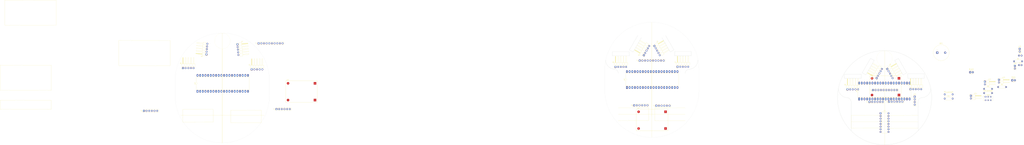
<source format=kicad_pcb>
(kicad_pcb (version 20171130) (host pcbnew 5.1.5-52549c5~84~ubuntu18.04.1)
  (title_block (title Naanu) (date 2019-12-08) (rev 2) (company "Robotics And Automation Center") (comment 1 "Sanjay Rijal") (comment 2 "Rohit Pati") (comment 3 "Rimesh Lwagun") (comment 4 "Rabin Nepal"))
  (layers (0 F.Cu signal) (31 B.Cu signal) (34 B.Paste user) (35 F.Paste user) (36 B.SilkS user) (37 F.SilkS user) (38 B.Mask user) (39 F.Mask user) (44 Edge.Cuts user))
  (net 0 "")
  (net 1 "Net-(BLUE1-Pad2)")
  (net 2 GND)
  (net 3 BUZZ_IN)
  (net 4 "Net-(C1-Pad1)")
  (net 5 "Net-(C1-Pad2)")
  (net 6 "Net-(C2-Pad2)")
  (net 7 "Net-(C2-Pad1)")
  (net 8 rEn_A)
  (net 9 rEn_B)
  (net 10 +5V)
  (net 11 lEn_B)
  (net 12 lEn_A)
  (net 13 SCL)
  (net 14 SDA)
  (net 15 X_RIGHT)
  (net 16 X_FR)
  (net 17 X_LEFT)
  (net 18 X_FL)
  (net 19 "Net-(J7-Pad5)")
  (net 20 "Net-(J7-Pad6)")
  (net 21 "Net-(J7-Pad7)")
  (net 22 "Net-(J7-Pad8)")
  (net 23 "Net-(J7-Pad9)")
  (net 24 "Net-(J7-Pad10)")
  (net 25 "Net-(J11-Pad1)")
  (net 26 "Net-(J11-Pad2)")
  (net 27 3V3)
  (net 28 "Net-(J12-Pad1)")
  (net 29 +12V_Bat)
  (net 30 "Net-(J13-Pad1)")
  (net 31 +12V)
  (net 32 LED_IN)
  (net 33 Bat_IN)
  (net 34 "Net-(R4-Pad2)")
  (net 35 "Net-(SW1-Pad1)")
  (net 36 "Net-(SW1-Pad4)")
  (net 37 "Net-(U1-Pad1)")
  (net 38 "Net-(U1-Pad9)")
  (net 39 "Net-(U1-Pad2)")
  (net 40 "Net-(U1-Pad10)")
  (net 41 "Net-(U1-Pad7)")
  (net 42 "Net-(U1-Pad15)")
  (net 43 "Net-(U2-Pad1)")
  (net 44 "Net-(U2-Pad2)")
  (net 45 "Net-(U2-Pad3)")
  (net 46 "Net-(U2-Pad4)")
  (net 47 "Net-(U2-Pad29)")
  (net 48 "Net-(U2-Pad32)")
  (net 49 "Net-(U2-Pad33)")
  (net 50 "Net-(U2-Pad16)")
  (net 51 "Net-(U2-Pad17)")
  (net 52 "Net-(U2-Pad19)")
  (net 53 "Net-(U2-Pad21)")
  (net 54 "Net-(U2-Pad22)")
  (net 55 "Net-(U2-Pad7)")
  (module BluePill:STM32 (layer F.Cu) (at -114.13236 85.8901 90)
    (fp_text reference U2 (at 7.62 -2.33 90) (layer F.SilkS))
    (fp_text value BluePill)
    (pad 3V3 thru_hole oval (at 15.24 0 90) (size 2.4 1.6) (drill 0.8) (layers *.Cu *.Mask) (net 27 3V3))
    (pad GND thru_hole oval (at 0 48.26 90) (size 2.4 1.6) (drill 0.8) (layers *.Cu *.Mask) (net 2 GND))
    (pad GND thru_hole oval (at 15.24 2.54 90) (size 2.4 1.6) (drill 0.8) (layers *.Cu *.Mask) (net 2 GND))
    (pad GND thru_hole oval (at 0 45.72 90) (size 2.4 1.6) (drill 0.8) (layers *.Cu *.Mask) (net 2 GND))
    (pad 5V thru_hole oval (at 15.24 5.08 90) (size 2.4 1.6) (drill 0.8) (layers *.Cu *.Mask) (net 10 +5V))
    (pad 3V3 thru_hole oval (at 0 43.18 90) (size 2.4 1.6) (drill 0.8) (layers *.Cu *.Mask) (net 27 3V3))
    (pad 46 thru_hole oval (at 15.24 7.62 90) (size 2.4 1.6) (drill 0.8) (layers *.Cu *.Mask) (net 17 X_LEFT))
    (pad 7 thru_hole oval (at 0 40.64 90) (size 2.4 1.6) (drill 0.8) (layers *.Cu *.Mask) (net 55 "Net-(U2-Pad7)"))
    (pad 45 thru_hole oval (at 15.24 10.16 90) (size 2.4 1.6) (drill 0.8) (layers *.Cu *.Mask) (net 15 X_RIGHT))
    (pad 22 thru_hole oval (at 0 38.1 90) (size 2.4 1.6) (drill 0.8) (layers *.Cu *.Mask) (net 54 "Net-(U2-Pad22)"))
    (pad 43 thru_hole oval (at 15.24 12.7 90) (size 2.4 1.6) (drill 0.8) (layers *.Cu *.Mask) (net 14 SDA))
    (pad 21 thru_hole oval (at 0 35.56 90) (size 2.4 1.6) (drill 0.8) (layers *.Cu *.Mask) (net 53 "Net-(U2-Pad21)"))
    (pad 42 thru_hole oval (at 15.24 15.24 90) (size 2.4 1.6) (drill 0.8) (layers *.Cu *.Mask) (net 13 SCL))
    (pad 19 thru_hole oval (at 0 33.02 90) (size 2.4 1.6) (drill 0.8) (layers *.Cu *.Mask) (net 52 "Net-(U2-Pad19)"))
    (pad 41 thru_hole oval (at 15.24 17.78 90) (size 2.4 1.6) (drill 0.8) (layers *.Cu *.Mask) (net 18 X_FL))
    (pad 18 thru_hole oval (at 0 30.48 90) (size 2.4 1.6) (drill 0.8) (layers *.Cu *.Mask) (net 33 Bat_IN))
    (pad 40 thru_hole oval (at 15.24 20.32 90) (size 2.4 1.6) (drill 0.8) (layers *.Cu *.Mask) (net 16 X_FR))
    (pad 17 thru_hole oval (at 0 27.94 90) (size 2.4 1.6) (drill 0.8) (layers *.Cu *.Mask) (net 51 "Net-(U2-Pad17)"))
    (pad 39 thru_hole oval (at 15.24 22.86 90) (size 2.4 1.6) (drill 0.8) (layers *.Cu *.Mask) (net 32 LED_IN))
    (pad 16 thru_hole oval (at 0 25.4 90) (size 2.4 1.6) (drill 0.8) (layers *.Cu *.Mask) (net 50 "Net-(U2-Pad16)"))
    (pad 38 thru_hole oval (at 15.24 25.4 90) (size 2.4 1.6) (drill 0.8) (layers *.Cu *.Mask) (net 3 BUZZ_IN))
    (pad 15 thru_hole oval (at 0 22.86 90) (size 2.4 1.6) (drill 0.8) (layers *.Cu *.Mask) (net 39 "Net-(U1-Pad2)"))
    (pad 33 thru_hole oval (at 15.24 27.94 90) (size 2.4 1.6) (drill 0.8) (layers *.Cu *.Mask) (net 49 "Net-(U2-Pad33)"))
    (pad 14 thru_hole oval (at 0 20.32 90) (size 2.4 1.6) (drill 0.8) (layers *.Cu *.Mask) (net 41 "Net-(U1-Pad7)"))
    (pad 32 thru_hole oval (at 15.24 30.48 90) (size 2.4 1.6) (drill 0.8) (layers *.Cu *.Mask) (net 48 "Net-(U2-Pad32)"))
    (pad 13 thru_hole oval (at 0 17.78 90) (size 2.4 1.6) (drill 0.8) (layers *.Cu *.Mask) (net 37 "Net-(U1-Pad1)"))
    (pad 31 thru_hole oval (at 15.24 33.02 90) (size 2.4 1.6) (drill 0.8) (layers *.Cu *.Mask) (net 25 "Net-(J11-Pad1)"))
    (pad 12 thru_hole oval (at 0 15.24 90) (size 2.4 1.6) (drill 0.8) (layers *.Cu *.Mask) (net 40 "Net-(U1-Pad10)"))
    (pad 30 thru_hole oval (at 15.24 35.56 90) (size 2.4 1.6) (drill 0.8) (layers *.Cu *.Mask) (net 26 "Net-(J11-Pad2)"))
    (pad 11 thru_hole oval (at 0 12.7 90) (size 2.4 1.6) (drill 0.8) (layers *.Cu *.Mask) (net 42 "Net-(U1-Pad15)"))
    (pad 29 thru_hole oval (at 15.24 38.1 90) (size 2.4 1.6) (drill 0.8) (layers *.Cu *.Mask) (net 47 "Net-(U2-Pad29)"))
    (pad 10 thru_hole oval (at 0 10.16 90) (size 2.4 1.6) (drill 0.8) (layers *.Cu *.Mask) (net 38 "Net-(U1-Pad9)"))
    (pad 28 thru_hole oval (at 15.24 40.64 90) (size 2.4 1.6) (drill 0.8) (layers *.Cu *.Mask) (net 12 lEn_A))
    (pad 4 thru_hole oval (at 0 7.62 90) (size 2.4 1.6) (drill 0.8) (layers *.Cu *.Mask) (net 46 "Net-(U2-Pad4)"))
    (pad 27 thru_hole oval (at 15.24 43.18 90) (size 2.4 1.6) (drill 0.8) (layers *.Cu *.Mask) (net 11 lEn_B))
    (pad 3 thru_hole oval (at 0 5.08 90) (size 2.4 1.6) (drill 0.8) (layers *.Cu *.Mask) (net 45 "Net-(U2-Pad3)"))
    (pad 26 thru_hole oval (at 15.24 45.72 90) (size 2.4 1.6) (drill 0.8) (layers *.Cu *.Mask) (net 8 rEn_A))
    (pad 2 thru_hole oval (at 0 2.54 90) (size 2.4 1.6) (drill 0.8) (layers *.Cu *.Mask) (net 44 "Net-(U2-Pad2)"))
    (pad 25 thru_hole oval (at 15.24 48.26 90) (size 2.4 1.6) (drill 0.8) (layers *.Cu *.Mask) (net 9 rEn_B))
    (pad 1 thru_hole rect (at 0 0 90) (size 2.4 1.6) (drill 0.8) (layers *.Cu *.Mask) (net 43 "Net-(U2-Pad1)"))
  )
  (module Connector_PinHeader_2.54mm:PinHeader_1x06_P2.54mm_Vertical (layer F.Cu) (at -449.07708 106.51236 90)
    (fp_text reference J1 (at 0 -2.33 90) (layer F.SilkS))
    (fp_text value Motor_RIGHT)
    (pad 1 thru_hole rect (at 0 0 90) (size 1.7 1.7) (drill 1) (layers *.Cu *.Mask) (net 7 "Net-(C2-Pad1)"))
    (pad 2 thru_hole oval (at 0 2.54 90) (size 1.7 1.7) (drill 1) (layers *.Cu *.Mask) (net 6 "Net-(C2-Pad2)"))
    (pad 3 thru_hole oval (at 0 5.08 90) (size 1.7 1.7) (drill 1) (layers *.Cu *.Mask) (net 8 rEn_A))
    (pad 4 thru_hole oval (at 0 7.62 90) (size 1.7 1.7) (drill 1) (layers *.Cu *.Mask) (net 9 rEn_B))
    (pad 5 thru_hole oval (at 0 10.16 90) (size 1.7 1.7) (drill 1) (layers *.Cu *.Mask) (net 10 +5V))
    (pad 6 thru_hole oval (at 0 12.7 90) (size 1.7 1.7) (drill 1) (layers *.Cu *.Mask) (net 2 GND))
  )
  (module Connector_PinHeader_2.54mm:PinHeader_1x06_P2.54mm_Vertical (layer F.Cu) (at -575.82308 108.15828 90)
    (fp_text reference J2 (at 0 -2.33 90) (layer F.SilkS))
    (fp_text value Motor_LEFT)
    (pad 1 thru_hole rect (at 0 0 90) (size 1.7 1.7) (drill 1) (layers *.Cu *.Mask) (net 4 "Net-(C1-Pad1)"))
    (pad 2 thru_hole oval (at 0 2.54 90) (size 1.7 1.7) (drill 1) (layers *.Cu *.Mask) (net 5 "Net-(C1-Pad2)"))
    (pad 3 thru_hole oval (at 0 5.08 90) (size 1.7 1.7) (drill 1) (layers *.Cu *.Mask) (net 12 lEn_A))
    (pad 4 thru_hole oval (at 0 7.62 90) (size 1.7 1.7) (drill 1) (layers *.Cu *.Mask) (net 11 lEn_B))
    (pad 5 thru_hole oval (at 0 10.16 90) (size 1.7 1.7) (drill 1) (layers *.Cu *.Mask) (net 10 +5V))
    (pad 6 thru_hole oval (at 0 12.7 90) (size 1.7 1.7) (drill 1) (layers *.Cu *.Mask) (net 2 GND))
  )
  (module Buck:Buck (layer F.Cu) (at -440.34964 79.58582)
    (fp_text reference U3 (at 1.905 -0.889) (layer F.SilkS))
    (fp_text value "5V Regulator")
    (pad 4 smd rect (at 28.0532 18.3) (size 2.5 2.5) (layers F.Cu F.Paste F.Mask) (net 10 +5V))
    (pad 3 smd rect (at 28.0532 2.3) (size 2.5 2.5) (layers F.Cu F.Paste F.Mask) (net 2 GND))
    (pad 2 smd circle (at 2.3 18.3) (size 2.5 2.5) (layers F.Cu F.Paste F.Mask) (net 31 +12V))
    (pad 1 smd circle (at 2.3 2.3) (size 2.5 2.5) (layers F.Cu F.Paste F.Mask) (net 2 GND))
  )
  (module Connector_PinHeader_2.54mm:PinHeader_1x06_P2.54mm_Vertical (layer F.Cu) (at -86.10346 103.24338 90)
    (fp_text reference J1 (at 0 -2.33 90) (layer F.SilkS))
    (fp_text value Motor_RIGHT)
    (pad 1 thru_hole rect (at 0 0 90) (size 1.7 1.7) (drill 1) (layers *.Cu *.Mask) (net 7 "Net-(C2-Pad1)"))
    (pad 2 thru_hole oval (at 0 2.54 90) (size 1.7 1.7) (drill 1) (layers *.Cu *.Mask) (net 6 "Net-(C2-Pad2)"))
    (pad 3 thru_hole oval (at 0 5.08 90) (size 1.7 1.7) (drill 1) (layers *.Cu *.Mask) (net 8 rEn_A))
    (pad 4 thru_hole oval (at 0 7.62 90) (size 1.7 1.7) (drill 1) (layers *.Cu *.Mask) (net 9 rEn_B))
    (pad 5 thru_hole oval (at 0 10.16 90) (size 1.7 1.7) (drill 1) (layers *.Cu *.Mask) (net 10 +5V))
    (pad 6 thru_hole oval (at 0 12.7 90) (size 1.7 1.7) (drill 1) (layers *.Cu *.Mask) (net 2 GND))
  )
  (module Connector_PinHeader_2.54mm:PinHeader_1x06_P2.54mm_Vertical (layer F.Cu) (at -107.23626 102.88778 90)
    (fp_text reference J2 (at 0 -2.33 90) (layer F.SilkS))
    (fp_text value Motor_LEFT)
    (pad 1 thru_hole rect (at 0 0 90) (size 1.7 1.7) (drill 1) (layers *.Cu *.Mask) (net 4 "Net-(C1-Pad1)"))
    (pad 2 thru_hole oval (at 0 2.54 90) (size 1.7 1.7) (drill 1) (layers *.Cu *.Mask) (net 5 "Net-(C1-Pad2)"))
    (pad 3 thru_hole oval (at 0 5.08 90) (size 1.7 1.7) (drill 1) (layers *.Cu *.Mask) (net 12 lEn_A))
    (pad 4 thru_hole oval (at 0 7.62 90) (size 1.7 1.7) (drill 1) (layers *.Cu *.Mask) (net 11 lEn_B))
    (pad 5 thru_hole oval (at 0 10.16 90) (size 1.7 1.7) (drill 1) (layers *.Cu *.Mask) (net 10 +5V))
    (pad 6 thru_hole oval (at 0 12.7 90) (size 1.7 1.7) (drill 1) (layers *.Cu *.Mask) (net 2 GND))
  )
  (module Buck:Buck (layer F.Cu) (at -105.30586 106.77398)
    (fp_text reference U3 (at 1.905 -0.889) (layer F.SilkS))
    (fp_text value "5V Regulator")
    (pad 4 smd rect (at 28.0532 18.3) (size 2.5 2.5) (layers F.Cu F.Paste F.Mask) (net 10 +5V))
    (pad 3 smd rect (at 28.0532 2.3) (size 2.5 2.5) (layers F.Cu F.Paste F.Mask) (net 2 GND))
    (pad 2 smd circle (at 2.3 18.3) (size 2.5 2.5) (layers F.Cu F.Paste F.Mask) (net 31 +12V))
    (pad 1 smd circle (at 2.3 2.3) (size 2.5 2.5) (layers F.Cu F.Paste F.Mask) (net 2 GND))
  )
  (module BluePill:STM32 (layer F.Cu) (at -524.60144 89.51976 90)
    (fp_text reference U2 (at 7.62 -2.33 90) (layer F.SilkS))
    (fp_text value BluePill)
    (pad 3V3 thru_hole oval (at 15.24 0 90) (size 2.4 1.6) (drill 0.8) (layers *.Cu *.Mask) (net 27 3V3))
    (pad GND thru_hole oval (at 0 48.26 90) (size 2.4 1.6) (drill 0.8) (layers *.Cu *.Mask) (net 2 GND))
    (pad GND thru_hole oval (at 15.24 2.54 90) (size 2.4 1.6) (drill 0.8) (layers *.Cu *.Mask) (net 2 GND))
    (pad GND thru_hole oval (at 0 45.72 90) (size 2.4 1.6) (drill 0.8) (layers *.Cu *.Mask) (net 2 GND))
    (pad 5V thru_hole oval (at 15.24 5.08 90) (size 2.4 1.6) (drill 0.8) (layers *.Cu *.Mask) (net 10 +5V))
    (pad 3V3 thru_hole oval (at 0 43.18 90) (size 2.4 1.6) (drill 0.8) (layers *.Cu *.Mask) (net 27 3V3))
    (pad 46 thru_hole oval (at 15.24 7.62 90) (size 2.4 1.6) (drill 0.8) (layers *.Cu *.Mask) (net 17 X_LEFT))
    (pad 7 thru_hole oval (at 0 40.64 90) (size 2.4 1.6) (drill 0.8) (layers *.Cu *.Mask) (net 55 "Net-(U2-Pad7)"))
    (pad 45 thru_hole oval (at 15.24 10.16 90) (size 2.4 1.6) (drill 0.8) (layers *.Cu *.Mask) (net 15 X_RIGHT))
    (pad 22 thru_hole oval (at 0 38.1 90) (size 2.4 1.6) (drill 0.8) (layers *.Cu *.Mask) (net 54 "Net-(U2-Pad22)"))
    (pad 43 thru_hole oval (at 15.24 12.7 90) (size 2.4 1.6) (drill 0.8) (layers *.Cu *.Mask) (net 14 SDA))
    (pad 21 thru_hole oval (at 0 35.56 90) (size 2.4 1.6) (drill 0.8) (layers *.Cu *.Mask) (net 53 "Net-(U2-Pad21)"))
    (pad 42 thru_hole oval (at 15.24 15.24 90) (size 2.4 1.6) (drill 0.8) (layers *.Cu *.Mask) (net 13 SCL))
    (pad 19 thru_hole oval (at 0 33.02 90) (size 2.4 1.6) (drill 0.8) (layers *.Cu *.Mask) (net 52 "Net-(U2-Pad19)"))
    (pad 41 thru_hole oval (at 15.24 17.78 90) (size 2.4 1.6) (drill 0.8) (layers *.Cu *.Mask) (net 18 X_FL))
    (pad 18 thru_hole oval (at 0 30.48 90) (size 2.4 1.6) (drill 0.8) (layers *.Cu *.Mask) (net 33 Bat_IN))
    (pad 40 thru_hole oval (at 15.24 20.32 90) (size 2.4 1.6) (drill 0.8) (layers *.Cu *.Mask) (net 16 X_FR))
    (pad 17 thru_hole oval (at 0 27.94 90) (size 2.4 1.6) (drill 0.8) (layers *.Cu *.Mask) (net 51 "Net-(U2-Pad17)"))
    (pad 39 thru_hole oval (at 15.24 22.86 90) (size 2.4 1.6) (drill 0.8) (layers *.Cu *.Mask) (net 32 LED_IN))
    (pad 16 thru_hole oval (at 0 25.4 90) (size 2.4 1.6) (drill 0.8) (layers *.Cu *.Mask) (net 50 "Net-(U2-Pad16)"))
    (pad 38 thru_hole oval (at 15.24 25.4 90) (size 2.4 1.6) (drill 0.8) (layers *.Cu *.Mask) (net 3 BUZZ_IN))
    (pad 15 thru_hole oval (at 0 22.86 90) (size 2.4 1.6) (drill 0.8) (layers *.Cu *.Mask) (net 39 "Net-(U1-Pad2)"))
    (pad 33 thru_hole oval (at 15.24 27.94 90) (size 2.4 1.6) (drill 0.8) (layers *.Cu *.Mask) (net 49 "Net-(U2-Pad33)"))
    (pad 14 thru_hole oval (at 0 20.32 90) (size 2.4 1.6) (drill 0.8) (layers *.Cu *.Mask) (net 41 "Net-(U1-Pad7)"))
    (pad 32 thru_hole oval (at 15.24 30.48 90) (size 2.4 1.6) (drill 0.8) (layers *.Cu *.Mask) (net 48 "Net-(U2-Pad32)"))
    (pad 13 thru_hole oval (at 0 17.78 90) (size 2.4 1.6) (drill 0.8) (layers *.Cu *.Mask) (net 37 "Net-(U1-Pad1)"))
    (pad 31 thru_hole oval (at 15.24 33.02 90) (size 2.4 1.6) (drill 0.8) (layers *.Cu *.Mask) (net 25 "Net-(J11-Pad1)"))
    (pad 12 thru_hole oval (at 0 15.24 90) (size 2.4 1.6) (drill 0.8) (layers *.Cu *.Mask) (net 40 "Net-(U1-Pad10)"))
    (pad 30 thru_hole oval (at 15.24 35.56 90) (size 2.4 1.6) (drill 0.8) (layers *.Cu *.Mask) (net 26 "Net-(J11-Pad2)"))
    (pad 11 thru_hole oval (at 0 12.7 90) (size 2.4 1.6) (drill 0.8) (layers *.Cu *.Mask) (net 42 "Net-(U1-Pad15)"))
    (pad 29 thru_hole oval (at 15.24 38.1 90) (size 2.4 1.6) (drill 0.8) (layers *.Cu *.Mask) (net 47 "Net-(U2-Pad29)"))
    (pad 10 thru_hole oval (at 0 10.16 90) (size 2.4 1.6) (drill 0.8) (layers *.Cu *.Mask) (net 38 "Net-(U1-Pad9)"))
    (pad 28 thru_hole oval (at 15.24 40.64 90) (size 2.4 1.6) (drill 0.8) (layers *.Cu *.Mask) (net 12 lEn_A))
    (pad 4 thru_hole oval (at 0 7.62 90) (size 2.4 1.6) (drill 0.8) (layers *.Cu *.Mask) (net 46 "Net-(U2-Pad4)"))
    (pad 27 thru_hole oval (at 15.24 43.18 90) (size 2.4 1.6) (drill 0.8) (layers *.Cu *.Mask) (net 11 lEn_B))
    (pad 3 thru_hole oval (at 0 5.08 90) (size 2.4 1.6) (drill 0.8) (layers *.Cu *.Mask) (net 45 "Net-(U2-Pad3)"))
    (pad 26 thru_hole oval (at 15.24 45.72 90) (size 2.4 1.6) (drill 0.8) (layers *.Cu *.Mask) (net 8 rEn_A))
    (pad 2 thru_hole oval (at 0 2.54 90) (size 2.4 1.6) (drill 0.8) (layers *.Cu *.Mask) (net 44 "Net-(U2-Pad2)"))
    (pad 25 thru_hole oval (at 15.24 48.26 90) (size 2.4 1.6) (drill 0.8) (layers *.Cu *.Mask) (net 9 rEn_B))
    (pad 1 thru_hole rect (at 0 0 90) (size 2.4 1.6) (drill 0.8) (layers *.Cu *.Mask) (net 43 "Net-(U2-Pad1)"))
  )
  (module Connector_PinHeader_2.54mm:PinHeader_1x05_P2.54mm_Horizontal (layer F.Cu) (at -65.7606 66.06794 90)
    (fp_text reference J4 (at 4.385 -2.27 90) (layer F.SilkS))
    (fp_text value VLX_FR)
    (pad 1 thru_hole rect (at 0 0 90) (size 1.7 1.7) (drill 1) (layers *.Cu *.Mask) (net 10 +5V))
    (pad 2 thru_hole oval (at 0 2.54 90) (size 1.7 1.7) (drill 1) (layers *.Cu *.Mask) (net 2 GND))
    (pad 3 thru_hole oval (at 0 5.08 90) (size 1.7 1.7) (drill 1) (layers *.Cu *.Mask) (net 13 SCL))
    (pad 4 thru_hole oval (at 0 7.62 90) (size 1.7 1.7) (drill 1) (layers *.Cu *.Mask) (net 14 SDA))
    (pad 5 thru_hole oval (at 0 10.16 90) (size 1.7 1.7) (drill 1) (layers *.Cu *.Mask) (net 16 X_FR))
  )
  (module Connector_PinHeader_2.54mm:PinHeader_1x05_P2.54mm_Horizontal (layer F.Cu) (at -97.9424 55.01894 150)
    (fp_text reference J5 (at 4.385 -2.27 150) (layer F.SilkS))
    (fp_text value VLX_LEFT)
    (pad 5 thru_hole oval (at 0 10.16 150) (size 1.7 1.7) (drill 1) (layers *.Cu *.Mask) (net 17 X_LEFT))
    (pad 4 thru_hole oval (at 0 7.62 150) (size 1.7 1.7) (drill 1) (layers *.Cu *.Mask) (net 14 SDA))
    (pad 3 thru_hole oval (at 0 5.08 150) (size 1.7 1.7) (drill 1) (layers *.Cu *.Mask) (net 13 SCL))
    (pad 2 thru_hole oval (at 0 2.54 150) (size 1.7 1.7) (drill 1) (layers *.Cu *.Mask) (net 2 GND))
    (pad 1 thru_hole rect (at 0 0 150) (size 1.7 1.7) (drill 1) (layers *.Cu *.Mask) (net 10 +5V))
  )
  (module Connector_PinHeader_2.54mm:PinHeader_1x05_P2.54mm_Horizontal (layer F.Cu) (at -125.0696 66.16954 90)
    (fp_text reference J6 (at 4.385 -2.27 90) (layer F.SilkS))
    (fp_text value VLX_FL)
    (pad 5 thru_hole oval (at 0 10.16 90) (size 1.7 1.7) (drill 1) (layers *.Cu *.Mask) (net 18 X_FL))
    (pad 4 thru_hole oval (at 0 7.62 90) (size 1.7 1.7) (drill 1) (layers *.Cu *.Mask) (net 14 SDA))
    (pad 3 thru_hole oval (at 0 5.08 90) (size 1.7 1.7) (drill 1) (layers *.Cu *.Mask) (net 13 SCL))
    (pad 2 thru_hole oval (at 0 2.54 90) (size 1.7 1.7) (drill 1) (layers *.Cu *.Mask) (net 2 GND))
    (pad 1 thru_hole rect (at 0 0 90) (size 1.7 1.7) (drill 1) (layers *.Cu *.Mask) (net 10 +5V))
  )
  (module Connector_PinHeader_2.54mm:PinHeader_1x10_P2.54mm_Vertical (layer F.Cu) (at -101.9048 60.12434 90)
    (fp_text reference J7 (at 0 -2.33 90) (layer F.SilkS))
    (fp_text value MPU9250)
    (pad 1 thru_hole rect (at 0 0 90) (size 1.7 1.7) (drill 1) (layers *.Cu *.Mask) (net 10 +5V))
    (pad 2 thru_hole oval (at 0 2.54 90) (size 1.7 1.7) (drill 1) (layers *.Cu *.Mask) (net 2 GND))
    (pad 3 thru_hole oval (at 0 5.08 90) (size 1.7 1.7) (drill 1) (layers *.Cu *.Mask) (net 13 SCL))
    (pad 4 thru_hole oval (at 0 7.62 90) (size 1.7 1.7) (drill 1) (layers *.Cu *.Mask) (net 14 SDA))
    (pad 5 thru_hole oval (at 0 10.16 90) (size 1.7 1.7) (drill 1) (layers *.Cu *.Mask) (net 19 "Net-(J7-Pad5)"))
    (pad 6 thru_hole oval (at 0 12.7 90) (size 1.7 1.7) (drill 1) (layers *.Cu *.Mask) (net 20 "Net-(J7-Pad6)"))
    (pad 7 thru_hole oval (at 0 15.24 90) (size 1.7 1.7) (drill 1) (layers *.Cu *.Mask) (net 21 "Net-(J7-Pad7)"))
    (pad 8 thru_hole oval (at 0 17.78 90) (size 1.7 1.7) (drill 1) (layers *.Cu *.Mask) (net 22 "Net-(J7-Pad8)"))
    (pad 9 thru_hole oval (at 0 20.32 90) (size 1.7 1.7) (drill 1) (layers *.Cu *.Mask) (net 23 "Net-(J7-Pad9)"))
    (pad 10 thru_hole oval (at 0 22.86 90) (size 1.7 1.7) (drill 1) (layers *.Cu *.Mask) (net 24 "Net-(J7-Pad10)"))
  )
  (module Connector_PinHeader_2.54mm:PinHeader_1x05_P2.54mm_Horizontal (layer F.Cu) (at -87.884 46.23054 30)
    (fp_text reference J3 (at 4.385 -2.27 30) (layer F.SilkS))
    (fp_text value VLX_RIGHT)
    (pad 1 thru_hole rect (at 0 0 30) (size 1.7 1.7) (drill 1) (layers *.Cu *.Mask) (net 10 +5V))
    (pad 2 thru_hole oval (at 0 2.54 30) (size 1.7 1.7) (drill 1) (layers *.Cu *.Mask) (net 2 GND))
    (pad 3 thru_hole oval (at 0 5.08 30) (size 1.7 1.7) (drill 1) (layers *.Cu *.Mask) (net 13 SCL))
    (pad 4 thru_hole oval (at 0 7.62 30) (size 1.7 1.7) (drill 1) (layers *.Cu *.Mask) (net 14 SDA))
    (pad 5 thru_hole oval (at 0 10.16 30) (size 1.7 1.7) (drill 1) (layers *.Cu *.Mask) (net 15 X_RIGHT))
  )
  (module Connector_PinHeader_2.54mm:PinHeader_1x05_P2.54mm_Horizontal (layer F.Cu) (at -538.44698 67.3227 90)
    (fp_text reference J6 (at 4.385 -2.27 90) (layer F.SilkS))
    (fp_text value VLX_FL)
    (pad 1 thru_hole rect (at 0 0 90) (size 1.7 1.7) (drill 1) (layers *.Cu *.Mask) (net 10 +5V))
    (pad 2 thru_hole oval (at 0 2.54 90) (size 1.7 1.7) (drill 1) (layers *.Cu *.Mask) (net 2 GND))
    (pad 3 thru_hole oval (at 0 5.08 90) (size 1.7 1.7) (drill 1) (layers *.Cu *.Mask) (net 13 SCL))
    (pad 4 thru_hole oval (at 0 7.62 90) (size 1.7 1.7) (drill 1) (layers *.Cu *.Mask) (net 14 SDA))
    (pad 5 thru_hole oval (at 0 10.16 90) (size 1.7 1.7) (drill 1) (layers *.Cu *.Mask) (net 18 X_FL))
  )
  (module Connector_PinHeader_2.54mm:PinHeader_1x05_P2.54mm_Horizontal (layer F.Cu) (at -516.06958 54.21376 175)
    (fp_text reference J5 (at 4.385 -2.27 175) (layer F.SilkS))
    (fp_text value VLX_LEFT)
    (pad 1 thru_hole rect (at 0 0 175) (size 1.7 1.7) (drill 1) (layers *.Cu *.Mask) (net 10 +5V))
    (pad 2 thru_hole oval (at 0 2.54 175) (size 1.7 1.7) (drill 1) (layers *.Cu *.Mask) (net 2 GND))
    (pad 3 thru_hole oval (at 0 5.08 175) (size 1.7 1.7) (drill 1) (layers *.Cu *.Mask) (net 13 SCL))
    (pad 4 thru_hole oval (at 0 7.62 175) (size 1.7 1.7) (drill 1) (layers *.Cu *.Mask) (net 14 SDA))
    (pad 5 thru_hole oval (at 0 10.16 175) (size 1.7 1.7) (drill 1) (layers *.Cu *.Mask) (net 17 X_LEFT))
  )
  (module Connector_PinHeader_2.54mm:PinHeader_1x05_P2.54mm_Horizontal (layer F.Cu) (at -472.76512 68.58508 90)
    (fp_text reference J4 (at 4.385 -2.27 90) (layer F.SilkS))
    (fp_text value VLX_FR)
    (pad 5 thru_hole oval (at 0 10.16 90) (size 1.7 1.7) (drill 1) (layers *.Cu *.Mask) (net 16 X_FR))
    (pad 4 thru_hole oval (at 0 7.62 90) (size 1.7 1.7) (drill 1) (layers *.Cu *.Mask) (net 14 SDA))
    (pad 3 thru_hole oval (at 0 5.08 90) (size 1.7 1.7) (drill 1) (layers *.Cu *.Mask) (net 13 SCL))
    (pad 2 thru_hole oval (at 0 2.54 90) (size 1.7 1.7) (drill 1) (layers *.Cu *.Mask) (net 2 GND))
    (pad 1 thru_hole rect (at 0 0 90) (size 1.7 1.7) (drill 1) (layers *.Cu *.Mask) (net 10 +5V))
  )
  (module Connector_PinHeader_2.54mm:PinHeader_1x05_P2.54mm_Horizontal (layer F.Cu) (at -486.4227 44.65066 5)
    (fp_text reference J3 (at 4.385 -2.27 5) (layer F.SilkS))
    (fp_text value VLX_RIGHT)
    (pad 5 thru_hole oval (at 0 10.16 5) (size 1.7 1.7) (drill 1) (layers *.Cu *.Mask) (net 15 X_RIGHT))
    (pad 4 thru_hole oval (at 0 7.62 5) (size 1.7 1.7) (drill 1) (layers *.Cu *.Mask) (net 14 SDA))
    (pad 3 thru_hole oval (at 0 5.08 5) (size 1.7 1.7) (drill 1) (layers *.Cu *.Mask) (net 13 SCL))
    (pad 2 thru_hole oval (at 0 2.54 5) (size 1.7 1.7) (drill 1) (layers *.Cu *.Mask) (net 2 GND))
    (pad 1 thru_hole rect (at 0 0 5) (size 1.7 1.7) (drill 1) (layers *.Cu *.Mask) (net 10 +5V))
  )
  (module Connector_PinHeader_2.54mm:PinHeader_1x10_P2.54mm_Vertical (layer F.Cu) (at -466.13064 43.65752 90)
    (fp_text reference J7 (at 0 -2.33 90) (layer F.SilkS))
    (fp_text value MPU9250)
    (pad 10 thru_hole oval (at 0 22.86 90) (size 1.7 1.7) (drill 1) (layers *.Cu *.Mask) (net 24 "Net-(J7-Pad10)"))
    (pad 9 thru_hole oval (at 0 20.32 90) (size 1.7 1.7) (drill 1) (layers *.Cu *.Mask) (net 23 "Net-(J7-Pad9)"))
    (pad 8 thru_hole oval (at 0 17.78 90) (size 1.7 1.7) (drill 1) (layers *.Cu *.Mask) (net 22 "Net-(J7-Pad8)"))
    (pad 7 thru_hole oval (at 0 15.24 90) (size 1.7 1.7) (drill 1) (layers *.Cu *.Mask) (net 21 "Net-(J7-Pad7)"))
    (pad 6 thru_hole oval (at 0 12.7 90) (size 1.7 1.7) (drill 1) (layers *.Cu *.Mask) (net 20 "Net-(J7-Pad6)"))
    (pad 5 thru_hole oval (at 0 10.16 90) (size 1.7 1.7) (drill 1) (layers *.Cu *.Mask) (net 19 "Net-(J7-Pad5)"))
    (pad 4 thru_hole oval (at 0 7.62 90) (size 1.7 1.7) (drill 1) (layers *.Cu *.Mask) (net 14 SDA))
    (pad 3 thru_hole oval (at 0 5.08 90) (size 1.7 1.7) (drill 1) (layers *.Cu *.Mask) (net 13 SCL))
    (pad 2 thru_hole oval (at 0 2.54 90) (size 1.7 1.7) (drill 1) (layers *.Cu *.Mask) (net 2 GND))
    (pad 1 thru_hole rect (at 0 0 90) (size 1.7 1.7) (drill 1) (layers *.Cu *.Mask) (net 10 +5V))
  )
  (module Connector_PinHeader_2.54mm:PinHeader_1x06_P2.54mm_Vertical (layer F.Cu) (at 117.62232 99.5807 90)
    (fp_text reference J2 (at 0 -2.33 90) (layer F.SilkS))
    (fp_text value Motor_LEFT)
    (pad 6 thru_hole oval (at 0 12.7 90) (size 1.7 1.7) (drill 1) (layers *.Cu *.Mask) (net 2 GND))
    (pad 5 thru_hole oval (at 0 10.16 90) (size 1.7 1.7) (drill 1) (layers *.Cu *.Mask) (net 10 +5V))
    (pad 4 thru_hole oval (at 0 7.62 90) (size 1.7 1.7) (drill 1) (layers *.Cu *.Mask) (net 11 lEn_B))
    (pad 3 thru_hole oval (at 0 5.08 90) (size 1.7 1.7) (drill 1) (layers *.Cu *.Mask) (net 12 lEn_A))
    (pad 2 thru_hole oval (at 0 2.54 90) (size 1.7 1.7) (drill 1) (layers *.Cu *.Mask) (net 5 "Net-(C1-Pad2)"))
    (pad 1 thru_hole rect (at 0 0 90) (size 1.7 1.7) (drill 1) (layers *.Cu *.Mask) (net 4 "Net-(C1-Pad1)"))
  )
  (module Connector_PinHeader_2.54mm:PinHeader_1x06_P2.54mm_Vertical (layer F.Cu) (at 136.41832 99.43084 90)
    (fp_text reference J1 (at 0 -2.33 90) (layer F.SilkS))
    (fp_text value Motor_RIGHT)
    (pad 6 thru_hole oval (at 0 12.7 90) (size 1.7 1.7) (drill 1) (layers *.Cu *.Mask) (net 2 GND))
    (pad 5 thru_hole oval (at 0 10.16 90) (size 1.7 1.7) (drill 1) (layers *.Cu *.Mask) (net 10 +5V))
    (pad 4 thru_hole oval (at 0 7.62 90) (size 1.7 1.7) (drill 1) (layers *.Cu *.Mask) (net 9 rEn_B))
    (pad 3 thru_hole oval (at 0 5.08 90) (size 1.7 1.7) (drill 1) (layers *.Cu *.Mask) (net 8 rEn_A))
    (pad 2 thru_hole oval (at 0 2.54 90) (size 1.7 1.7) (drill 1) (layers *.Cu *.Mask) (net 6 "Net-(C2-Pad2)"))
    (pad 1 thru_hole rect (at 0 0 90) (size 1.7 1.7) (drill 1) (layers *.Cu *.Mask) (net 7 "Net-(C2-Pad1)"))
  )
  (module LED_THT:LED_D3.0mm (layer F.Cu) (at 213.889801 71.286601)
    (fp_text reference BLUE1 (at 1.27 -2.96) (layer F.SilkS))
    (fp_text value LED)
    (pad 2 thru_hole circle (at 2.54 0) (size 1.8 1.8) (drill 0.9) (layers *.Cu *.Mask) (net 1 "Net-(BLUE1-Pad2)"))
    (pad 1 thru_hole rect (at 0 0) (size 1.8 1.8) (drill 0.9) (layers *.Cu *.Mask) (net 2 GND))
  )
  (module Buzzer_Beeper:Buzzer_15x7.5RM7.6 (layer F.Cu) (at 182.3974 52.6034)
    (fp_text reference BZ1 (at 3.81 -8.89) (layer F.SilkS))
    (fp_text value Buzzer)
    (fp_text user + (at -0.01 -2.54) (layer F.SilkS))
    (pad 1 thru_hole rect (at 0 0) (size 2 2) (drill 1) (layers *.Cu *.Mask) (net 3 BUZZ_IN))
    (pad 2 thru_hole circle (at 7.6 0) (size 2 2) (drill 1) (layers *.Cu *.Mask) (net 2 GND))
  )
  (module Capacitor_THT:C_Disc_D3.0mm_W1.6mm_P2.50mm (layer F.Cu) (at 260.509801 64.466601)
    (fp_text reference C1 (at 1.25 -2.05) (layer F.SilkS))
    (fp_text value C)
    (pad 1 thru_hole circle (at 0 0) (size 1.6 1.6) (drill 0.8) (layers *.Cu *.Mask) (net 4 "Net-(C1-Pad1)"))
    (pad 2 thru_hole circle (at 2.5 0) (size 1.6 1.6) (drill 0.8) (layers *.Cu *.Mask) (net 5 "Net-(C1-Pad2)"))
  )
  (module Capacitor_THT:C_Disc_D3.0mm_W1.6mm_P2.50mm (layer F.Cu) (at 260.509801 55.366601)
    (fp_text reference C2 (at 1.25 -2.05) (layer F.SilkS))
    (fp_text value C)
    (pad 2 thru_hole circle (at 2.5 0) (size 1.6 1.6) (drill 0.8) (layers *.Cu *.Mask) (net 6 "Net-(C2-Pad2)"))
    (pad 1 thru_hole circle (at 0 0) (size 1.6 1.6) (drill 0.8) (layers *.Cu *.Mask) (net 7 "Net-(C2-Pad1)"))
  )
  (module Connector_PinHeader_2.54mm:PinHeader_1x05_P2.54mm_Horizontal (layer F.Cu) (at 134.6581 68.16344 30)
    (fp_text reference J3 (at 4.385 -2.27 30) (layer F.SilkS))
    (fp_text value VLX_RIGHT)
    (pad 1 thru_hole rect (at 0 0 30) (size 1.7 1.7) (drill 1) (layers *.Cu *.Mask) (net 10 +5V))
    (pad 2 thru_hole oval (at 0 2.54 30) (size 1.7 1.7) (drill 1) (layers *.Cu *.Mask) (net 2 GND))
    (pad 3 thru_hole oval (at 0 5.08 30) (size 1.7 1.7) (drill 1) (layers *.Cu *.Mask) (net 13 SCL))
    (pad 4 thru_hole oval (at 0 7.62 30) (size 1.7 1.7) (drill 1) (layers *.Cu *.Mask) (net 14 SDA))
    (pad 5 thru_hole oval (at 0 10.16 30) (size 1.7 1.7) (drill 1) (layers *.Cu *.Mask) (net 15 X_RIGHT))
  )
  (module Connector_PinHeader_2.54mm:PinHeader_1x05_P2.54mm_Horizontal (layer F.Cu) (at 156.89834 87.49792 90)
    (fp_text reference J4 (at 4.385 -2.27 90) (layer F.SilkS))
    (fp_text value VLX_FR)
    (pad 1 thru_hole rect (at 0 0 90) (size 1.7 1.7) (drill 1) (layers *.Cu *.Mask) (net 10 +5V))
    (pad 2 thru_hole oval (at 0 2.54 90) (size 1.7 1.7) (drill 1) (layers *.Cu *.Mask) (net 2 GND))
    (pad 3 thru_hole oval (at 0 5.08 90) (size 1.7 1.7) (drill 1) (layers *.Cu *.Mask) (net 13 SCL))
    (pad 4 thru_hole oval (at 0 7.62 90) (size 1.7 1.7) (drill 1) (layers *.Cu *.Mask) (net 14 SDA))
    (pad 5 thru_hole oval (at 0 10.16 90) (size 1.7 1.7) (drill 1) (layers *.Cu *.Mask) (net 16 X_FR))
  )
  (module Connector_PinHeader_2.54mm:PinHeader_1x05_P2.54mm_Horizontal (layer F.Cu) (at 124.5362 76.8858 150)
    (fp_text reference J5 (at 4.385 -2.27 150) (layer F.SilkS))
    (fp_text value VLX_LEFT)
    (pad 5 thru_hole oval (at 0 10.16 150) (size 1.7 1.7) (drill 1) (layers *.Cu *.Mask) (net 17 X_LEFT))
    (pad 4 thru_hole oval (at 0 7.62 150) (size 1.7 1.7) (drill 1) (layers *.Cu *.Mask) (net 14 SDA))
    (pad 3 thru_hole oval (at 0 5.08 150) (size 1.7 1.7) (drill 1) (layers *.Cu *.Mask) (net 13 SCL))
    (pad 2 thru_hole oval (at 0 2.54 150) (size 1.7 1.7) (drill 1) (layers *.Cu *.Mask) (net 2 GND))
    (pad 1 thru_hole rect (at 0 0 150) (size 1.7 1.7) (drill 1) (layers *.Cu *.Mask) (net 10 +5V))
  )
  (module Connector_PinHeader_2.54mm:PinHeader_1x05_P2.54mm_Horizontal (layer F.Cu) (at 96.63684 87.66556 90)
    (fp_text reference J6 (at 4.385 -2.27 90) (layer F.SilkS))
    (fp_text value VLX_FL)
    (pad 5 thru_hole oval (at 0 10.16 90) (size 1.7 1.7) (drill 1) (layers *.Cu *.Mask) (net 18 X_FL))
    (pad 4 thru_hole oval (at 0 7.62 90) (size 1.7 1.7) (drill 1) (layers *.Cu *.Mask) (net 14 SDA))
    (pad 3 thru_hole oval (at 0 5.08 90) (size 1.7 1.7) (drill 1) (layers *.Cu *.Mask) (net 13 SCL))
    (pad 2 thru_hole oval (at 0 2.54 90) (size 1.7 1.7) (drill 1) (layers *.Cu *.Mask) (net 2 GND))
    (pad 1 thru_hole rect (at 0 0 90) (size 1.7 1.7) (drill 1) (layers *.Cu *.Mask) (net 10 +5V))
  )
  (module Connector_PinHeader_2.54mm:PinHeader_1x10_P2.54mm_Vertical (layer F.Cu) (at 121.01068 88.29548 90)
    (fp_text reference J7 (at 0 -2.33 90) (layer F.SilkS))
    (fp_text value MPU9250)
    (pad 1 thru_hole rect (at 0 0 90) (size 1.7 1.7) (drill 1) (layers *.Cu *.Mask) (net 10 +5V))
    (pad 2 thru_hole oval (at 0 2.54 90) (size 1.7 1.7) (drill 1) (layers *.Cu *.Mask) (net 2 GND))
    (pad 3 thru_hole oval (at 0 5.08 90) (size 1.7 1.7) (drill 1) (layers *.Cu *.Mask) (net 13 SCL))
    (pad 4 thru_hole oval (at 0 7.62 90) (size 1.7 1.7) (drill 1) (layers *.Cu *.Mask) (net 14 SDA))
    (pad 5 thru_hole oval (at 0 10.16 90) (size 1.7 1.7) (drill 1) (layers *.Cu *.Mask) (net 19 "Net-(J7-Pad5)"))
    (pad 6 thru_hole oval (at 0 12.7 90) (size 1.7 1.7) (drill 1) (layers *.Cu *.Mask) (net 20 "Net-(J7-Pad6)"))
    (pad 7 thru_hole oval (at 0 15.24 90) (size 1.7 1.7) (drill 1) (layers *.Cu *.Mask) (net 21 "Net-(J7-Pad7)"))
    (pad 8 thru_hole oval (at 0 17.78 90) (size 1.7 1.7) (drill 1) (layers *.Cu *.Mask) (net 22 "Net-(J7-Pad8)"))
    (pad 9 thru_hole oval (at 0 20.32 90) (size 1.7 1.7) (drill 1) (layers *.Cu *.Mask) (net 23 "Net-(J7-Pad9)"))
    (pad 10 thru_hole oval (at 0 22.86 90) (size 1.7 1.7) (drill 1) (layers *.Cu *.Mask) (net 24 "Net-(J7-Pad10)"))
  )
  (module Connector_PinHeader_2.54mm:PinHeader_1x04_P2.54mm_Vertical (layer F.Cu) (at 160.91408 94.67596)
    (fp_text reference J11 (at 0 -2.33) (layer F.SilkS))
    (fp_text value USB_TTL)
    (pad 1 thru_hole rect (at 0 0) (size 1.7 1.7) (drill 1) (layers *.Cu *.Mask) (net 25 "Net-(J11-Pad1)"))
    (pad 2 thru_hole oval (at 0 2.54) (size 1.7 1.7) (drill 1) (layers *.Cu *.Mask) (net 26 "Net-(J11-Pad2)"))
    (pad 3 thru_hole oval (at 0 5.08) (size 1.7 1.7) (drill 1) (layers *.Cu *.Mask) (net 27 3V3))
    (pad 4 thru_hole oval (at 0 7.62) (size 1.7 1.7) (drill 1) (layers *.Cu *.Mask) (net 2 GND))
  )
  (module Connector_PinHeader_2.54mm:PinHeader_1x02_P2.54mm_Horizontal (layer F.Cu) (at 227.939801 80.266601)
    (fp_text reference J12 (at 4.385 -2.27) (layer F.SilkS))
    (fp_text value CELL1)
    (pad 1 thru_hole rect (at 0 0) (size 1.7 1.7) (drill 1) (layers *.Cu *.Mask) (net 28 "Net-(J12-Pad1)"))
    (pad 2 thru_hole oval (at 0 2.54) (size 1.7 1.7) (drill 1) (layers *.Cu *.Mask) (net 29 +12V_Bat))
  )
  (module Connector_PinHeader_2.54mm:PinHeader_1x02_P2.54mm_Horizontal (layer F.Cu) (at 241.339801 78.516601)
    (fp_text reference J13 (at 4.385 -2.27) (layer F.SilkS))
    (fp_text value CELL2)
    (pad 2 thru_hole oval (at 0 2.54) (size 1.7 1.7) (drill 1) (layers *.Cu *.Mask) (net 28 "Net-(J12-Pad1)"))
    (pad 1 thru_hole rect (at 0 0) (size 1.7 1.7) (drill 1) (layers *.Cu *.Mask) (net 30 "Net-(J13-Pad1)"))
  )
  (module Connector_PinHeader_2.54mm:PinHeader_1x02_P2.54mm_Horizontal (layer F.Cu) (at 214.539801 93.766601)
    (fp_text reference J14 (at 4.385 -2.27) (layer F.SilkS))
    (fp_text value CELL3)
    (pad 1 thru_hole rect (at 0 0) (size 1.7 1.7) (drill 1) (layers *.Cu *.Mask) (net 2 GND))
    (pad 2 thru_hole oval (at 0 2.54) (size 1.7 1.7) (drill 1) (layers *.Cu *.Mask) (net 30 "Net-(J13-Pad1)"))
  )
  (module Connector_PinHeader_2.54mm:PinHeader_1x02_P2.54mm_Vertical (layer F.Cu) (at 261.259801 48.916601)
    (fp_text reference J15 (at 0 -2.33) (layer F.SilkS))
    (fp_text value +12V_RAIL)
    (pad 2 thru_hole oval (at 0 2.54) (size 1.7 1.7) (drill 1) (layers *.Cu *.Mask) (net 2 GND))
    (pad 1 thru_hole rect (at 0 0) (size 1.7 1.7) (drill 1) (layers *.Cu *.Mask) (net 31 +12V))
  )
  (module Connector_PinHeader_2.54mm:PinHeader_1x02_P2.54mm_Vertical (layer F.Cu) (at 256.609801 65.216601)
    (fp_text reference J16 (at 0 -2.33) (layer F.SilkS))
    (fp_text value +5V_RAIL)
    (pad 1 thru_hole rect (at 0 0) (size 1.7 1.7) (drill 1) (layers *.Cu *.Mask) (net 10 +5V))
    (pad 2 thru_hole oval (at 0 2.54) (size 1.7 1.7) (drill 1) (layers *.Cu *.Mask) (net 2 GND))
  )
  (module Resistor_THT:R_Axial_DIN0207_L6.3mm_D2.5mm_P7.62mm_Horizontal (layer F.Cu) (at 189.539801 96.486601)
    (fp_text reference R1 (at 3.81 -2.37) (layer F.SilkS))
    (fp_text value 470)
    (pad 1 thru_hole circle (at 0 0) (size 1.6 1.6) (drill 0.8) (layers *.Cu *.Mask) (net 32 LED_IN))
    (pad 2 thru_hole oval (at 7.62 0) (size 1.6 1.6) (drill 0.8) (layers *.Cu *.Mask) (net 1 "Net-(BLUE1-Pad2)"))
  )
  (module Resistor_THT:R_Axial_DIN0207_L6.3mm_D2.5mm_P7.62mm_Horizontal (layer F.Cu) (at 255.859801 60.866601)
    (fp_text reference R2 (at 3.81 -2.37) (layer F.SilkS))
    (fp_text value 10k)
    (pad 2 thru_hole oval (at 7.62 0) (size 1.6 1.6) (drill 0.8) (layers *.Cu *.Mask) (net 33 Bat_IN))
    (pad 1 thru_hole circle (at 0 0) (size 1.6 1.6) (drill 0.8) (layers *.Cu *.Mask) (net 31 +12V))
  )
  (module Resistor_THT:R_Axial_DIN0207_L6.3mm_D2.5mm_P7.62mm_Horizontal (layer F.Cu) (at 227.189801 87.166601)
    (fp_text reference R3 (at 3.81 -2.37) (layer F.SilkS))
    (fp_text value 1k)
    (pad 1 thru_hole circle (at 0 0) (size 1.6 1.6) (drill 0.8) (layers *.Cu *.Mask) (net 33 Bat_IN))
    (pad 2 thru_hole oval (at 7.62 0) (size 1.6 1.6) (drill 0.8) (layers *.Cu *.Mask) (net 2 GND))
  )
  (module Resistor_THT:R_Axial_DIN0207_L6.3mm_D2.5mm_P7.62mm_Horizontal (layer F.Cu) (at 240.589801 85.416601)
    (fp_text reference R4 (at 3.81 -2.37) (layer F.SilkS))
    (fp_text value 470)
    (pad 2 thru_hole oval (at 7.62 0) (size 1.6 1.6) (drill 0.8) (layers *.Cu *.Mask) (net 34 "Net-(R4-Pad2)"))
    (pad 1 thru_hole circle (at 0 0) (size 1.6 1.6) (drill 0.8) (layers *.Cu *.Mask) (net 32 LED_IN))
  )
  (module LED_THT:LED_D3.0mm (layer F.Cu) (at 254.089801 78.966601)
    (fp_text reference RED1 (at 1.27 -2.96) (layer F.SilkS))
    (fp_text value LED)
    (pad 1 thru_hole rect (at 0 0) (size 1.8 1.8) (drill 0.9) (layers *.Cu *.Mask) (net 2 GND))
    (pad 2 thru_hole circle (at 2.54 0) (size 1.8 1.8) (drill 0.9) (layers *.Cu *.Mask) (net 34 "Net-(R4-Pad2)"))
  )
  (module Resistor_THT:R_Axial_DIN0207_L6.3mm_D2.5mm_P7.62mm_Horizontal (layer F.Cu) (at 189.539801 92.436601)
    (fp_text reference SCL_pullup1 (at 3.81 -2.37) (layer F.SilkS))
    (fp_text value 10k)
    (pad 1 thru_hole circle (at 0 0) (size 1.6 1.6) (drill 0.8) (layers *.Cu *.Mask) (net 10 +5V))
    (pad 2 thru_hole oval (at 7.62 0) (size 1.6 1.6) (drill 0.8) (layers *.Cu *.Mask) (net 13 SCL))
  )
  (module Resistor_THT:R_Axial_DIN0207_L6.3mm_D2.5mm_P7.62mm_Horizontal (layer F.Cu) (at 227.189801 91.216601)
    (fp_text reference SDA_pullup1 (at 3.81 -2.37) (layer F.SilkS))
    (fp_text value 10k)
    (pad 2 thru_hole oval (at 7.62 0) (size 1.6 1.6) (drill 0.8) (layers *.Cu *.Mask) (net 14 SDA))
    (pad 1 thru_hole circle (at 0 0) (size 1.6 1.6) (drill 0.8) (layers *.Cu *.Mask) (net 10 +5V))
  )
  (module Button_Switch_THT:SW_CuK_JS202011CQN_DPDT_Straight (layer F.Cu) (at 228.574801 94.716601)
    (fp_text reference SW1 (at 2.75 -1.6) (layer F.SilkS))
    (fp_text value SWITCH)
    (pad 1 thru_hole rect (at 0 0) (size 1.4 1.4) (drill 0.9) (layers *.Cu *.Mask) (net 35 "Net-(SW1-Pad1)"))
    (pad 2 thru_hole circle (at 2.5 0) (size 1.4 1.4) (drill 0.9) (layers *.Cu *.Mask) (net 29 +12V_Bat))
    (pad 3 thru_hole circle (at 5 0) (size 1.4 1.4) (drill 0.9) (layers *.Cu *.Mask) (net 31 +12V))
    (pad 4 thru_hole circle (at 0 3.3) (size 1.4 1.4) (drill 0.9) (layers *.Cu *.Mask) (net 36 "Net-(SW1-Pad4)"))
    (pad 5 thru_hole circle (at 2.5 3.3) (size 1.4 1.4) (drill 0.9) (layers *.Cu *.Mask) (net 2 GND))
    (pad 6 thru_hole circle (at 5 3.3) (size 1.4 1.4) (drill 0.9) (layers *.Cu *.Mask) (net 2 GND))
  )
  (module Package_DIP:DIP-16_W7.62mm (layer F.Cu) (at 128.2319 110.54588)
    (fp_text reference U1 (at 3.81 -2.33) (layer F.SilkS))
    (fp_text value L293D)
    (pad 1 thru_hole rect (at 0 0) (size 1.6 1.6) (drill 0.8) (layers *.Cu *.Mask) (net 37 "Net-(U1-Pad1)"))
    (pad 9 thru_hole oval (at 7.62 17.78) (size 1.6 1.6) (drill 0.8) (layers *.Cu *.Mask) (net 38 "Net-(U1-Pad9)"))
    (pad 2 thru_hole oval (at 0 2.54) (size 1.6 1.6) (drill 0.8) (layers *.Cu *.Mask) (net 39 "Net-(U1-Pad2)"))
    (pad 10 thru_hole oval (at 7.62 15.24) (size 1.6 1.6) (drill 0.8) (layers *.Cu *.Mask) (net 40 "Net-(U1-Pad10)"))
    (pad 3 thru_hole oval (at 0 5.08) (size 1.6 1.6) (drill 0.8) (layers *.Cu *.Mask) (net 5 "Net-(C1-Pad2)"))
    (pad 11 thru_hole oval (at 7.62 12.7) (size 1.6 1.6) (drill 0.8) (layers *.Cu *.Mask) (net 6 "Net-(C2-Pad2)"))
    (pad 4 thru_hole oval (at 0 7.62) (size 1.6 1.6) (drill 0.8) (layers *.Cu *.Mask) (net 2 GND))
    (pad 12 thru_hole oval (at 7.62 10.16) (size 1.6 1.6) (drill 0.8) (layers *.Cu *.Mask) (net 2 GND))
    (pad 5 thru_hole oval (at 0 10.16) (size 1.6 1.6) (drill 0.8) (layers *.Cu *.Mask) (net 2 GND))
    (pad 13 thru_hole oval (at 7.62 7.62) (size 1.6 1.6) (drill 0.8) (layers *.Cu *.Mask) (net 2 GND))
    (pad 6 thru_hole oval (at 0 12.7) (size 1.6 1.6) (drill 0.8) (layers *.Cu *.Mask) (net 4 "Net-(C1-Pad1)"))
    (pad 14 thru_hole oval (at 7.62 5.08) (size 1.6 1.6) (drill 0.8) (layers *.Cu *.Mask) (net 7 "Net-(C2-Pad1)"))
    (pad 7 thru_hole oval (at 0 15.24) (size 1.6 1.6) (drill 0.8) (layers *.Cu *.Mask) (net 41 "Net-(U1-Pad7)"))
    (pad 15 thru_hole oval (at 7.62 2.54) (size 1.6 1.6) (drill 0.8) (layers *.Cu *.Mask) (net 42 "Net-(U1-Pad15)"))
    (pad 8 thru_hole oval (at 0 17.78) (size 1.6 1.6) (drill 0.8) (layers *.Cu *.Mask) (net 31 +12V))
    (pad 16 thru_hole oval (at 7.62 0) (size 1.6 1.6) (drill 0.8) (layers *.Cu *.Mask) (net 10 +5V))
  )
  (module BluePill:STM32 (layer F.Cu) (at 107.76712 96.85782 90)
    (fp_text reference U2 (at 7.62 -2.33 90) (layer F.SilkS))
    (fp_text value BluePill)
    (pad 1 thru_hole rect (at 0 0 90) (size 2.4 1.6) (drill 0.8) (layers *.Cu *.Mask) (net 43 "Net-(U2-Pad1)"))
    (pad 25 thru_hole oval (at 15.24 48.26 90) (size 2.4 1.6) (drill 0.8) (layers *.Cu *.Mask) (net 9 rEn_B))
    (pad 2 thru_hole oval (at 0 2.54 90) (size 2.4 1.6) (drill 0.8) (layers *.Cu *.Mask) (net 44 "Net-(U2-Pad2)"))
    (pad 26 thru_hole oval (at 15.24 45.72 90) (size 2.4 1.6) (drill 0.8) (layers *.Cu *.Mask) (net 8 rEn_A))
    (pad 3 thru_hole oval (at 0 5.08 90) (size 2.4 1.6) (drill 0.8) (layers *.Cu *.Mask) (net 45 "Net-(U2-Pad3)"))
    (pad 27 thru_hole oval (at 15.24 43.18 90) (size 2.4 1.6) (drill 0.8) (layers *.Cu *.Mask) (net 11 lEn_B))
    (pad 4 thru_hole oval (at 0 7.62 90) (size 2.4 1.6) (drill 0.8) (layers *.Cu *.Mask) (net 46 "Net-(U2-Pad4)"))
    (pad 28 thru_hole oval (at 15.24 40.64 90) (size 2.4 1.6) (drill 0.8) (layers *.Cu *.Mask) (net 12 lEn_A))
    (pad 10 thru_hole oval (at 0 10.16 90) (size 2.4 1.6) (drill 0.8) (layers *.Cu *.Mask) (net 38 "Net-(U1-Pad9)"))
    (pad 29 thru_hole oval (at 15.24 38.1 90) (size 2.4 1.6) (drill 0.8) (layers *.Cu *.Mask) (net 47 "Net-(U2-Pad29)"))
    (pad 11 thru_hole oval (at 0 12.7 90) (size 2.4 1.6) (drill 0.8) (layers *.Cu *.Mask) (net 42 "Net-(U1-Pad15)"))
    (pad 30 thru_hole oval (at 15.24 35.56 90) (size 2.4 1.6) (drill 0.8) (layers *.Cu *.Mask) (net 26 "Net-(J11-Pad2)"))
    (pad 12 thru_hole oval (at 0 15.24 90) (size 2.4 1.6) (drill 0.8) (layers *.Cu *.Mask) (net 40 "Net-(U1-Pad10)"))
    (pad 31 thru_hole oval (at 15.24 33.02 90) (size 2.4 1.6) (drill 0.8) (layers *.Cu *.Mask) (net 25 "Net-(J11-Pad1)"))
    (pad 13 thru_hole oval (at 0 17.78 90) (size 2.4 1.6) (drill 0.8) (layers *.Cu *.Mask) (net 37 "Net-(U1-Pad1)"))
    (pad 32 thru_hole oval (at 15.24 30.48 90) (size 2.4 1.6) (drill 0.8) (layers *.Cu *.Mask) (net 48 "Net-(U2-Pad32)"))
    (pad 14 thru_hole oval (at 0 20.32 90) (size 2.4 1.6) (drill 0.8) (layers *.Cu *.Mask) (net 41 "Net-(U1-Pad7)"))
    (pad 33 thru_hole oval (at 15.24 27.94 90) (size 2.4 1.6) (drill 0.8) (layers *.Cu *.Mask) (net 49 "Net-(U2-Pad33)"))
    (pad 15 thru_hole oval (at 0 22.86 90) (size 2.4 1.6) (drill 0.8) (layers *.Cu *.Mask) (net 39 "Net-(U1-Pad2)"))
    (pad 38 thru_hole oval (at 15.24 25.4 90) (size 2.4 1.6) (drill 0.8) (layers *.Cu *.Mask) (net 3 BUZZ_IN))
    (pad 16 thru_hole oval (at 0 25.4 90) (size 2.4 1.6) (drill 0.8) (layers *.Cu *.Mask) (net 50 "Net-(U2-Pad16)"))
    (pad 39 thru_hole oval (at 15.24 22.86 90) (size 2.4 1.6) (drill 0.8) (layers *.Cu *.Mask) (net 32 LED_IN))
    (pad 17 thru_hole oval (at 0 27.94 90) (size 2.4 1.6) (drill 0.8) (layers *.Cu *.Mask) (net 51 "Net-(U2-Pad17)"))
    (pad 40 thru_hole oval (at 15.24 20.32 90) (size 2.4 1.6) (drill 0.8) (layers *.Cu *.Mask) (net 16 X_FR))
    (pad 18 thru_hole oval (at 0 30.48 90) (size 2.4 1.6) (drill 0.8) (layers *.Cu *.Mask) (net 33 Bat_IN))
    (pad 41 thru_hole oval (at 15.24 17.78 90) (size 2.4 1.6) (drill 0.8) (layers *.Cu *.Mask) (net 18 X_FL))
    (pad 19 thru_hole oval (at 0 33.02 90) (size 2.4 1.6) (drill 0.8) (layers *.Cu *.Mask) (net 52 "Net-(U2-Pad19)"))
    (pad 42 thru_hole oval (at 15.24 15.24 90) (size 2.4 1.6) (drill 0.8) (layers *.Cu *.Mask) (net 13 SCL))
    (pad 21 thru_hole oval (at 0 35.56 90) (size 2.4 1.6) (drill 0.8) (layers *.Cu *.Mask) (net 53 "Net-(U2-Pad21)"))
    (pad 43 thru_hole oval (at 15.24 12.7 90) (size 2.4 1.6) (drill 0.8) (layers *.Cu *.Mask) (net 14 SDA))
    (pad 22 thru_hole oval (at 0 38.1 90) (size 2.4 1.6) (drill 0.8) (layers *.Cu *.Mask) (net 54 "Net-(U2-Pad22)"))
    (pad 45 thru_hole oval (at 15.24 10.16 90) (size 2.4 1.6) (drill 0.8) (layers *.Cu *.Mask) (net 15 X_RIGHT))
    (pad 7 thru_hole oval (at 0 40.64 90) (size 2.4 1.6) (drill 0.8) (layers *.Cu *.Mask) (net 55 "Net-(U2-Pad7)"))
    (pad 46 thru_hole oval (at 15.24 7.62 90) (size 2.4 1.6) (drill 0.8) (layers *.Cu *.Mask) (net 17 X_LEFT))
    (pad 3V3 thru_hole oval (at 0 43.18 90) (size 2.4 1.6) (drill 0.8) (layers *.Cu *.Mask) (net 27 3V3))
    (pad 5V thru_hole oval (at 15.24 5.08 90) (size 2.4 1.6) (drill 0.8) (layers *.Cu *.Mask) (net 10 +5V))
    (pad GND thru_hole oval (at 0 45.72 90) (size 2.4 1.6) (drill 0.8) (layers *.Cu *.Mask) (net 2 GND))
    (pad GND thru_hole oval (at 15.24 2.54 90) (size 2.4 1.6) (drill 0.8) (layers *.Cu *.Mask) (net 2 GND))
    (pad GND thru_hole oval (at 0 48.26 90) (size 2.4 1.6) (drill 0.8) (layers *.Cu *.Mask) (net 2 GND))
    (pad 3V3 thru_hole oval (at 15.24 0 90) (size 2.4 1.6) (drill 0.8) (layers *.Cu *.Mask) (net 27 3V3))
  )
  (module Buck:Buck (layer F.Cu) (at 117.7798 74.7776)
    (fp_text reference U3 (at 1.905 -0.889) (layer F.SilkS))
    (fp_text value "5V Regulator")
    (pad 1 smd circle (at 2.3 2.3) (size 2.5 2.5) (layers F.Cu F.Paste F.Mask) (net 2 GND))
    (pad 2 smd circle (at 2.3 18.3) (size 2.5 2.5) (layers F.Cu F.Paste F.Mask) (net 31 +12V))
    (pad 3 smd rect (at 28.0532 2.3) (size 2.5 2.5) (layers F.Cu F.Paste F.Mask) (net 2 GND))
    (pad 4 smd rect (at 28.0532 18.3) (size 2.5 2.5) (layers F.Cu F.Paste F.Mask) (net 10 +5V))
  )
  (gr_line (start -463.48142 119.55376) (end -463.48142 107.55376) (layer F.SilkS) (width 0.12))
  (gr_line (start -538.74416 106.88978) (end -538.74416 118.88978) (layer F.SilkS) (width 0.12))
  (gr_line (start -713.29296 106.5911) (end -664.29382 106.63428) (layer F.SilkS) (width 0.12))
  (gr_line (start -664.25826 98.19894) (end -664.2989 106.63174) (layer F.SilkS) (width 0.12))
  (gr_line (start -713.28534 106.59618) (end -713.2701 106.6165) (layer F.SilkS) (width 0.12))
  (gr_line (start -713.2447 98.16338) (end -713.28534 106.59618) (layer F.SilkS) (width 0.12))
  (gr_line (start -509.36906 106.90502) (end -509.36906 118.90502) (layer F.SilkS) (width 0.12))
  (gr_line (start -509.49098 106.84764) (end -538.75178 106.87844) (layer F.SilkS) (width 0.12))
  (gr_line (start -509.49098 118.84764) (end -538.75178 118.87844) (layer F.SilkS) (width 0.12))
  (gr_line (start -713.25232 98.16846) (end -664.25318 98.21164) (layer F.SilkS) (width 0.12))
  (gr_line (start -659.78532 2.3495) (end -659.78532 26.3495) (layer F.SilkS) (width 0.12))
  (gr_line (start -708.79056 2.30736) (end -708.79056 26.30736) (layer F.SilkS) (width 0.12))
  (gr_line (start -708.77684 26.30424) (end -659.7777 26.34742) (layer F.SilkS) (width 0.12))
  (gr_line (start -708.78954 2.30378) (end -659.7904 2.34696) (layer F.SilkS) (width 0.12))
  (gr_line (start -664.2735 64.6049) (end -664.2735 88.6049) (layer F.SilkS) (width 0.12))
  (gr_line (start -713.27772 64.55918) (end -664.27858 64.60236) (layer F.SilkS) (width 0.12))
  (gr_line (start -713.26502 88.55964) (end -664.26588 88.60282) (layer F.SilkS) (width 0.12))
  (gr_line (start -713.27874 64.56276) (end -713.27874 88.56276) (layer F.SilkS) (width 0.12))
  (gr_line (start -599.73972 64.93002) (end -550.74058 64.9732) (layer F.SilkS) (width 0.12))
  (gr_line (start -550.7482 40.97528) (end -550.7482 64.97528) (layer F.SilkS) (width 0.12))
  (gr_line (start -599.75344 40.93314) (end -599.75344 64.93314) (layer F.SilkS) (width 0.12))
  (gr_line (start -599.75242 40.92956) (end -550.75328 40.97274) (layer F.SilkS) (width 0.12))
  (gr_circle (center -500.79848 41.30802) (end -493.29848 41.30802) (layer F.SilkS) (width 0.05))
  (gr_circle (center 132.08 58.08918) (end 139.58 58.08918) (layer F.SilkS) (width 0.05))
  (gr_line (start -541 112.54486) (end -461 112.54486) (layer F.SilkS) (width 0.12))
  (gr_line (start -492.74984 119.5705) (end -463.48904 119.5397) (layer F.SilkS) (width 0.12))
  (gr_line (start -492.74984 107.5705) (end -463.48904 107.5397) (layer F.SilkS) (width 0.12))
  (gr_line (start -492.87176 119.51312) (end -492.87176 107.51312) (layer F.SilkS) (width 0.12))
  (gr_line (start -500.78258 49.00594) (end -500.78258 139.00594) (layer F.SilkS) (width 0.12))
  (gr_line (start -122.47626 111.43318) (end -58.46826 111.43318) (layer F.SilkS) (width 0.12))
  (gr_line (start -87.75446 117.46738) (end -58.49366 117.43658) (layer F.SilkS) (width 0.12))
  (gr_line (start -87.75446 105.46738) (end -58.49366 105.43658) (layer F.SilkS) (width 0.12))
  (gr_line (start -87.74766 117.43658) (end -87.74766 105.43658) (layer F.SilkS) (width 0.12))
  (gr_line (start -90.45066 43.43318) (end -90.45066 133.43318) (layer F.SilkS) (width 0.12))
  (gr_line (start -93.19686 105.43318) (end -93.19686 117.43318) (layer F.SilkS) (width 0.12))
  (gr_line (start -93.19006 105.40238) (end -122.45086 105.43318) (layer F.SilkS) (width 0.12))
  (gr_line (start -93.19006 117.40238) (end -122.45086 117.43318) (layer F.SilkS) (width 0.12))
  (gr_line (start -69.304 49.97734) (end -72.723 51.97894) (layer Edge.Cuts) (width 0.12))
  (gr_line (start -127.994 55.65174) (end -111.994 55.65174) (layer Edge.Cuts) (width 0.12))
  (gr_arc (start -126.421 72.35234) (end -122.420504 72.288841) (angle -89.100034) (layer Edge.Cuts) (width 0.12))
  (gr_line (start -103.823 36.13184) (end -111.798 49.94944) (layer Edge.Cuts) (width 0.12))
  (gr_line (start -68.58 55.45074) (end -52.58 55.45074) (layer Edge.Cuts) (width 0.12))
  (gr_line (start -111.798 49.94944) (end -108.329 51.95094) (layer Edge.Cuts) (width 0.12))
  (gr_line (start -68.542 51.45074) (end -52.58 51.45074) (layer Edge.Cuts) (width 0.12))
  (gr_line (start -68.542 51.45074) (end -68.58 55.45074) (layer Edge.Cuts) (width 0.12))
  (gr_line (start -80.701 38.16134) (end -72.726 51.97894) (layer Edge.Cuts) (width 0.12))
  (gr_line (start -90.4024 23.37734) (end -90.4024 113.37734) (layer F.SilkS) (width 0.12))
  (gr_arc (start -125.687 59.53984) (end -134.537 59.53984) (angle -85.2) (layer Edge.Cuts) (width 0.12))
  (gr_arc (start -54.4 72.39034) (end -55.073101 68.38984) (angle -80.4002) (layer Edge.Cuts) (width 0.12))
  (gr_line (start -77.216 36.16744) (end -69.241 49.98504) (layer Edge.Cuts) (width 0.12))
  (gr_line (start -52.58 51.45074) (end -52.58 55.45074) (layer Edge.Cuts) (width 0.12))
  (gr_line (start -111.991 51.65394) (end -111.991 55.65394) (layer Edge.Cuts) (width 0.12))
  (gr_arc (start -55.122 59.53984) (end -55.122 68.389839) (angle -90) (layer Edge.Cuts) (width 0.12))
  (gr_line (start -127.994 51.63854) (end -127.994 55.65174) (layer Edge.Cuts) (width 0.12))
  (gr_line (start -108.329 51.95094) (end -100.353 38.13334) (layer Edge.Cuts) (width 0.12))
  (gr_line (start -127.9906 51.64074) (end -112.0286 51.64074) (layer Edge.Cuts) (width 0.12))
  (gr_line (start -500.86768 33.8201) (end -500.86768 138.8201) (layer F.SilkS) (width 0.12))
  (gr_line (start -455.92628 78.86002) (end -455.92628 93.86002) (layer Edge.Cuts) (width 0.05))
  (gr_arc (start -500.918486 78.820762) (end -455.909687 78.795363) (angle -180.0103604) (layer Edge.Cuts) (width 0.05))
  (gr_line (start -545.92628 78.86002) (end -545.92628 93.86002) (layer Edge.Cuts) (width 0.05))
  (gr_arc (start -500.918481 93.832681) (end -545.92728 93.85808) (angle -180.0103604) (layer Edge.Cuts) (width 0.05))
  (gr_arc (start -90.279214 88.603338) (end -135.288013 88.628737) (angle -180.0103604) (layer Edge.Cuts) (width 0.05))
  (gr_arc (start -90.263986 68.515982) (end -45.255187 68.490583) (angle -180.0103604) (layer Edge.Cuts) (width 0.05))
  (gr_line (start -45.27294 68.55722) (end -45.27294 88.55722) (layer Edge.Cuts) (width 0.05))
  (gr_line (start -135.27294 68.55722) (end -135.27294 88.55722) (layer Edge.Cuts) (width 0.05))
  (gr_line (start 100.0506 118.6036) (end 164.0586 118.6036) (layer F.SilkS) (width 0.12))
  (gr_line (start 134.7724 124.6378) (end 164.0332 124.607) (layer F.SilkS) (width 0.12))
  (gr_line (start 134.7724 112.6378) (end 164.0332 112.607) (layer F.SilkS) (width 0.12))
  (gr_line (start 134.7792 124.607) (end 134.7792 112.607) (layer F.SilkS) (width 0.12))
  (gr_line (start 129.3368 124.5728) (end 100.076 124.6036) (layer F.SilkS) (width 0.12))
  (gr_line (start 100.076 112.6036) (end 100.076 124.6036) (layer F.SilkS) (width 0.12))
  (gr_line (start 129.3368 112.5728) (end 100.076 112.6036) (layer F.SilkS) (width 0.12))
  (gr_line (start 129.33 112.6036) (end 129.33 124.6036) (layer F.SilkS) (width 0.12))
  (gr_line (start 132.0762 50.6036) (end 132.0762 140.6036) (layer F.SilkS) (width 0.12))
  (gr_line (start 93.71584 73.13676) (end 109.67784 73.13676) (layer Edge.Cuts) (width 0.12))
  (gr_line (start 110.6806 71.8163) (end 114.1496 73.8178) (layer Edge.Cuts) (width 0.12))
  (gr_arc (start 96.7916 86.7661) (end 87.9416 86.7661) (angle -85.2) (layer Edge.Cuts) (width 0.12))
  (gr_line (start 114.1496 73.8178) (end 122.1256 60.0002) (layer Edge.Cuts) (width 0.12))
  (gr_arc (start 167.3566 86.7661) (end 167.3566 95.616099) (angle -90) (layer Edge.Cuts) (width 0.12))
  (gr_line (start 109.71544 73.14996) (end 109.71544 77.14996) (layer Edge.Cuts) (width 0.12))
  (gr_line (start 154.11694 72.88072) (end 170.07894 72.88072) (layer Edge.Cuts) (width 0.12))
  (gr_arc (start 96.0576 99.5786) (end 100.058096 99.515101) (angle -89.100034) (layer Edge.Cuts) (width 0.12))
  (gr_line (start 93.71244 73.13456) (end 93.71244 77.14776) (layer Edge.Cuts) (width 0.12))
  (gr_line (start 141.83578 60.0787) (end 145.30578 58.0771) (layer Edge.Cuts) (width 0.12))
  (gr_line (start 118.6556 57.9987) (end 110.6806 71.8163) (layer Edge.Cuts) (width 0.12))
  (gr_line (start 93.71244 77.14776) (end 109.71244 77.14776) (layer Edge.Cuts) (width 0.12))
  (gr_line (start 154.11694 72.88072) (end 154.07894 76.88072) (layer Edge.Cuts) (width 0.12))
  (gr_arc (start 168.0786 99.6166) (end 167.405499 95.6161) (angle -80.4002) (layer Edge.Cuts) (width 0.12))
  (gr_line (start 100.0576 99.5156) (end 100.0726 127.2036) (layer Edge.Cuts) (width 0.12))
  (gr_circle (center 132.0726 95.6036) (end 177.0726 95.6036) (layer Edge.Cuts) (width 0.12))
  (gr_line (start 122.1256 60.0002) (end 118.6556 57.9987) (layer Edge.Cuts) (width 0.12))
  (gr_line (start 153.2381 71.91024) (end 149.8191 73.91184) (layer Edge.Cuts) (width 0.12))
  (gr_line (start 164.0276 99.6166) (end 164.0726 127.2036) (layer Edge.Cuts) (width 0.12))
  (gr_line (start 145.3261 58.10034) (end 153.3011 71.91794) (layer Edge.Cuts) (width 0.12))
  (gr_line (start 170.07894 72.88072) (end 170.07894 76.88072) (layer Edge.Cuts) (width 0.12))
  (gr_line (start 141.8411 60.09424) (end 149.8161 73.91184) (layer Edge.Cuts) (width 0.12))
  (gr_line (start 154.07894 76.88072) (end 170.07894 76.88072) (layer Edge.Cuts) (width 0.12))
)
</source>
